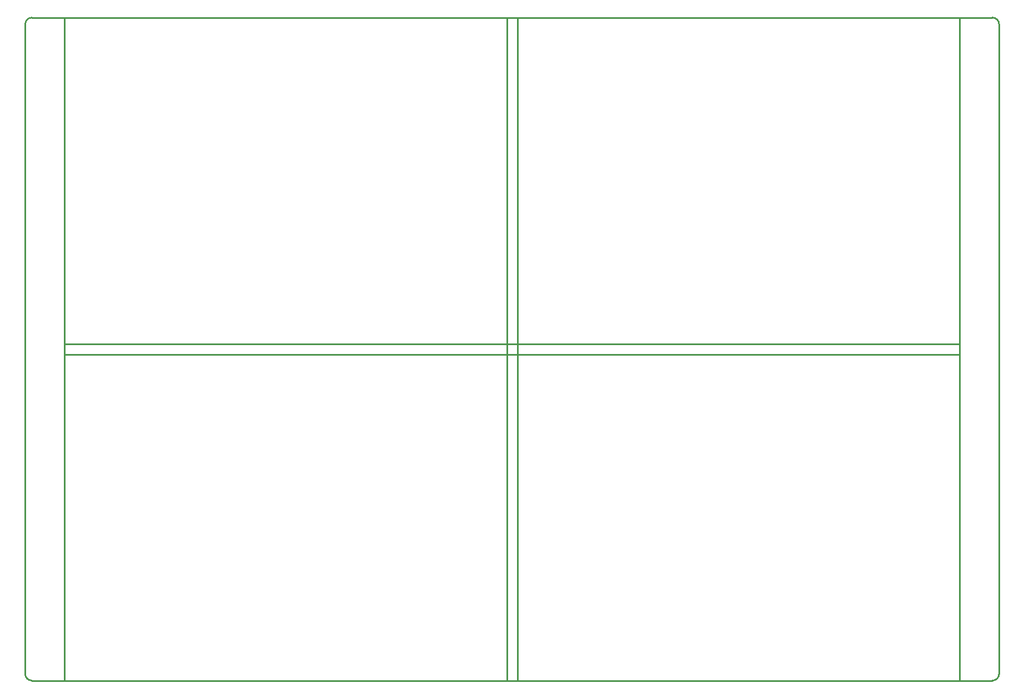
<source format=gko>
G04 Layer: BoardOutlineLayer*
G04 EasyEDA Pro v2.1.49.573a4102.674264, 2024-03-06 21:11:32*
G04 Gerber Generator version 0.3*
G04 Scale: 100 percent, Rotated: No, Reflected: No*
G04 Dimensions in millimeters*
G04 Leading zeros omitted, absolute positions, 3 integers and 5 decimals*
G04 Panelize: V-CUT, Column: 2, Row: 2, Board Size: 105.286mm x 50.038mm, Panelized Board Size: 174.323mm x 101.42mm, Panelized Method: Only Board Outline*
%FSLAX35Y35*%
%MOMM*%
%ADD10C,0.254*%
G75*


G04 Panelize Start*
G54D10*
G01X1892427Y5150973D02*
G01X15539827Y5150973D01*
G01X1892427Y4990973D02*
G01X15539827Y4990973D01*
G01X8796127Y10129119D02*
G01X8796127Y12827D01*
G01X8636127Y10129119D02*
G01X8636127Y12827D01*
G01X1892427Y10129119D02*
G01X1892427Y12827D01*
G01X15539827Y10129119D02*
G01X15539827Y12827D01*
G01X8636127Y12827D02*
G01X8796127Y12827D01*
G01X8636127Y10129119D02*
G01X8796127Y10129119D01*
G01X1892427Y12827D02*
G01X1392427Y12827D01*
G01X1892427Y10129119D02*
G01X1392427Y10129119D01*
G01X15539827Y12827D02*
G01X16039827Y12827D01*
G01X15539827Y10129119D02*
G01X16039827Y10129119D01*
G01X1292427Y112827D02*
G03X1392427Y12827I100000J0D01*
G01X1392427Y10129119D02*
G03X1292427Y10029119I0J-100000D01*
G01X16039827Y12827D02*
G03X16139827Y112827I0J100000D01*
G01X16139827Y10029119D02*
G03X16039827Y10129119I-100000J0D01*
G01X1292427Y112827D02*
G01X1292427Y5070973D01*
G01X1292427Y10029119D02*
G01X1292427Y5070973D01*
G01X16139827Y112827D02*
G01X16139827Y5070973D01*
G01X16139827Y10029119D02*
G01X16139827Y5070973D01*
G01X8796000Y12700D02*
G01X15539954Y12700D01*
G01X15539954Y12700D02*
G01X15539954Y4991100D01*
G01X15539954Y4991100D02*
G01X8796000Y4991100D01*
G01X8796000Y4991100D02*
G01X8796000Y12700D01*
G01X1892300Y5150846D02*
G01X8636254Y5150846D01*
G01X8636254Y5150846D02*
G01X8636254Y10129246D01*
G01X8636254Y10129246D02*
G01X1892300Y10129246D01*
G01X1892300Y10129246D02*
G01X1892300Y5150846D01*
G01X8796000Y5150846D02*
G01X15539954Y5150846D01*
G01X15539954Y5150846D02*
G01X15539954Y10129246D01*
G01X15539954Y10129246D02*
G01X8796000Y10129246D01*
G01X8796000Y10129246D02*
G01X8796000Y5150846D01*
G04 Panelize End*

G04 Rect Start*
G01X1892300Y4991100D02*
G01X1892300Y12700D01*
G01X8636254D01*
G01Y4991100D01*
G01X1892300D01*
G04 Rect End*

M02*

</source>
